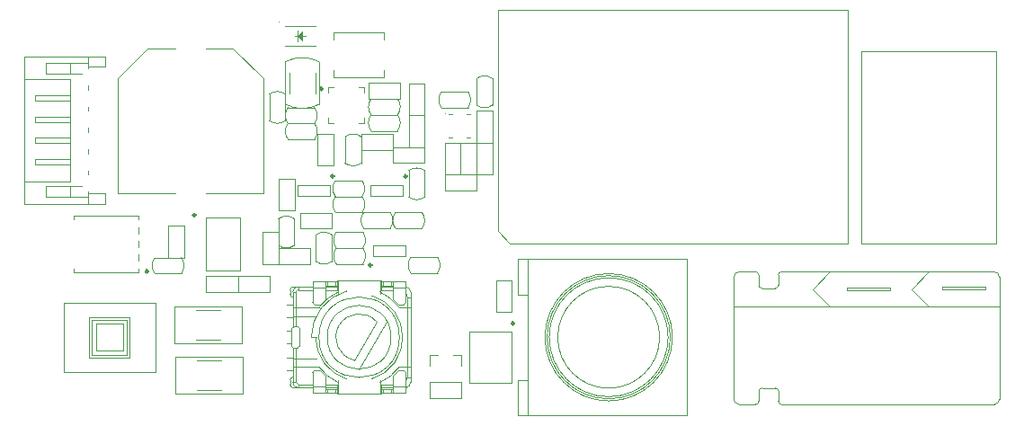
<source format=gto>
G04*
G04 #@! TF.GenerationSoftware,Altium Limited,Altium Designer,25.6.2 (33)*
G04*
G04 Layer_Color=65535*
%FSLAX44Y44*%
%MOMM*%
G71*
G04*
G04 #@! TF.SameCoordinates,51367FFA-E2D0-4688-BCD1-F7C66F822469*
G04*
G04*
G04 #@! TF.FilePolarity,Positive*
G04*
G01*
G75*
%ADD10C,0.0500*%
%ADD11C,0.2500*%
%ADD12C,0.1000*%
G36*
X256750Y363750D02*
X261750Y368750D01*
Y358750D01*
X256750Y363750D01*
D02*
G37*
D10*
X388750Y140500D02*
G03*
X388750Y155500I-10000J7500D01*
G01*
X363750D02*
G03*
X363750Y140500I10000J-7500D01*
G01*
X417500Y296250D02*
G03*
X417500Y311250I-10000J7500D01*
G01*
X392500D02*
G03*
X392500Y296250I10000J-7500D01*
G01*
X440500Y323750D02*
G03*
X425500Y323750I-7500J-10000D01*
G01*
Y298750D02*
G03*
X440500Y298750I7500J10000D01*
G01*
X668000Y21750D02*
G03*
X673000Y16750I5000J0D01*
G01*
X688339D02*
G03*
X691339Y19750I0J3000D01*
G01*
X694339Y32250D02*
G03*
X691339Y29250I0J-3000D01*
G01*
X709839Y19750D02*
G03*
X712839Y16750I3000J0D01*
G01*
X709839Y29250D02*
G03*
X706839Y32250I-3000J0D01*
G01*
X691339Y138750D02*
G03*
X688339Y141750I-3000J0D01*
G01*
X691339Y129250D02*
G03*
X694339Y126250I3000J0D01*
G01*
X712839Y141750D02*
G03*
X709839Y138750I0J-3000D01*
G01*
X706839Y126250D02*
G03*
X709839Y129250I0J3000D01*
G01*
X673000Y141750D02*
G03*
X668000Y136750I0J-5000D01*
G01*
X913000Y16750D02*
G03*
X918000Y21750I0J5000D01*
G01*
Y136750D02*
G03*
X913000Y141750I-5000J0D01*
G01*
X303423Y123486D02*
G03*
X270000Y80000I11577J-43485D01*
G01*
X274060D02*
G03*
X303030Y40849I40940J0D01*
G01*
X326970Y40849D02*
G03*
X326970Y119152I-11970J39151D01*
G01*
X345000Y80000D02*
G03*
X345000Y80000I-30000J0D01*
G01*
X352900D02*
G03*
X352900Y80000I-37900J0D01*
G01*
X271000Y113001D02*
G03*
X273000Y111001I2000J0D01*
G01*
X257500Y124500D02*
G03*
X255500Y122500I0J-2000D01*
G01*
X359001Y38172D02*
G03*
X360500Y42500I-5501J4329D01*
G01*
X359153Y32543D02*
G03*
X363500Y37501I-653J4957D01*
G01*
X359153Y32543D02*
G03*
X363500Y37500I-653J4957D01*
G01*
X359000Y47000D02*
G03*
X357000Y49000I-2000J0D01*
G01*
X360500Y117500D02*
G03*
X359001Y121829I-7000J0D01*
G01*
X357000Y111001D02*
G03*
X359000Y113001I0J2000D01*
G01*
X352732Y108023D02*
G03*
X334491Y122769I-37732J-28022D01*
G01*
X295510Y122769D02*
G03*
X277268Y108023I19490J-42768D01*
G01*
X273000Y49000D02*
G03*
X271000Y47000I0J-2000D01*
G01*
X252500Y37501D02*
G03*
X257500Y32501I5000J0D01*
G01*
X255500Y37501D02*
G03*
X257500Y35501I2000J0D01*
G01*
X255500Y37500D02*
G03*
X257500Y35500I2000J0D01*
G01*
X252500Y37500D02*
G03*
X257500Y32500I5000J0D01*
G01*
X253000Y90000D02*
G03*
X251000Y88000I0J-2000D01*
G01*
X251000Y72000D02*
G03*
X253000Y70000I2000J0D01*
G01*
X250000Y35501D02*
G03*
X253000Y32501I3000J0D01*
G01*
X252500Y42500D02*
G03*
X250000Y39542I500J-2958D01*
G01*
X257500Y127500D02*
G03*
X252500Y122500I0J-5000D01*
G01*
X250000Y120459D02*
G03*
X252500Y117501I3000J0D01*
G01*
X253000Y127500D02*
G03*
X250000Y124500I0J-3000D01*
G01*
X257000Y70000D02*
G03*
X259000Y72000I0J2000D01*
G01*
X331502Y94549D02*
G03*
X310614Y58442I-16502J-14549D01*
G01*
X363500Y122500D02*
G03*
X359153Y127458I-5000J0D01*
G01*
X277268Y51978D02*
G03*
X295510Y37232I37732J28022D01*
G01*
X334491D02*
G03*
X352732Y51978I-19490J42768D01*
G01*
X259000Y88000D02*
G03*
X257000Y90000I-2000J0D01*
G01*
X277500Y339500D02*
G03*
X245500Y339500I-16000J-30000D01*
G01*
Y299500D02*
G03*
X277500Y299500I16000J30000D01*
G01*
X122500Y155000D02*
G03*
X122500Y140000I10000J-7500D01*
G01*
X147500D02*
G03*
X147500Y155000I-10000J7500D01*
G01*
X245500Y309000D02*
G03*
X230500Y309000I-7500J-10000D01*
G01*
Y284000D02*
G03*
X245500Y284000I7500J10000D01*
G01*
X248000Y296500D02*
G03*
X248000Y281500I10000J-7500D01*
G01*
X273000D02*
G03*
X273000Y296500I-10000J7500D01*
G01*
X289250Y176500D02*
G03*
X274250Y176500I-7500J-10000D01*
G01*
Y151500D02*
G03*
X289250Y151500I7500J10000D01*
G01*
X608000Y80000D02*
G03*
X608000Y80000I-58000J0D01*
G01*
X606000D02*
G03*
X606000Y80000I-56000J0D01*
G01*
X610000D02*
G03*
X610000Y80000I-60000J0D01*
G01*
X598000D02*
G03*
X598000Y80000I-48000J0D01*
G01*
X317750Y197500D02*
G03*
X317750Y212500I-10000J7500D01*
G01*
X292750D02*
G03*
X292750Y197500I10000J-7500D01*
G01*
X293500Y164000D02*
G03*
X293500Y149000I10000J-7500D01*
G01*
X318500D02*
G03*
X318500Y164000I-10000J7500D01*
G01*
X292750Y227500D02*
G03*
X292750Y212500I10000J-7500D01*
G01*
X317750D02*
G03*
X317750Y227500I-10000J7500D01*
G01*
X361750Y212000D02*
G03*
X376750Y212000I7500J10000D01*
G01*
Y237000D02*
G03*
X361750Y237000I-7500J-10000D01*
G01*
X254000Y191600D02*
G03*
X239000Y191600I-7500J-10000D01*
G01*
Y166600D02*
G03*
X254000Y166600I7500J10000D01*
G01*
X344250Y182500D02*
G03*
X344250Y197500I-10000J7500D01*
G01*
X319250D02*
G03*
X319250Y182500I10000J-7500D01*
G01*
X374250D02*
G03*
X374250Y197500I-10000J7500D01*
G01*
X349250D02*
G03*
X349250Y182500I10000J-7500D01*
G01*
X273000Y266500D02*
G03*
X273000Y281500I-10000J7500D01*
G01*
X248000D02*
G03*
X248000Y266500I10000J-7500D01*
G01*
X326250Y304500D02*
G03*
X326250Y289500I10000J-7500D01*
G01*
X351250D02*
G03*
X351250Y304500I-10000J7500D01*
G01*
X326250Y289500D02*
G03*
X326250Y274500I10000J-7500D01*
G01*
X351250D02*
G03*
X351250Y289500I-10000J7500D01*
G01*
X316750Y269000D02*
G03*
X301750Y269000I-7500J-10000D01*
G01*
Y244000D02*
G03*
X316750Y244000I7500J10000D01*
G01*
X293500Y179000D02*
G03*
X293500Y164000I10000J-7500D01*
G01*
X318500D02*
G03*
X318500Y179000I-10000J7500D01*
G01*
X363750Y140500D02*
X388750D01*
X363750Y155500D02*
X388750D01*
X327750Y156500D02*
Y166500D01*
X358750Y156500D02*
Y166500D01*
X327750Y156500D02*
X358750D01*
X327750Y166500D02*
X358750D01*
X445500Y179750D02*
X457250Y168000D01*
X775500D01*
X445500Y179750D02*
Y388000D01*
X775500D01*
Y168000D02*
Y388000D01*
X416550Y268320D02*
X420000D01*
X399000D02*
X402450D01*
X416550Y290320D02*
X420000D01*
X399000D02*
X402450D01*
X410500Y233250D02*
Y263250D01*
X425500D01*
X410500Y233250D02*
X425500D01*
Y263250D01*
X410500Y233250D02*
Y263250D01*
X395500Y233250D02*
X410500D01*
X395500Y263250D02*
X410500D01*
X395500Y233250D02*
Y263250D01*
Y233250D02*
X425500D01*
Y218250D02*
Y233250D01*
X395500Y218250D02*
Y233250D01*
Y218250D02*
X425500D01*
X440500Y233250D02*
Y263250D01*
X425500Y233250D02*
X440500D01*
X425500Y263250D02*
X440500D01*
X425500Y233250D02*
Y263250D01*
X392500Y296250D02*
X417500D01*
X392500Y311250D02*
X417500D01*
X440500Y298750D02*
Y323750D01*
X425500Y298750D02*
Y323750D01*
X440500Y263320D02*
Y293320D01*
X425500Y263320D02*
X440500D01*
X425500Y293320D02*
X440500D01*
X425500Y263320D02*
Y293320D01*
X835000Y125500D02*
X851250Y109250D01*
X835000Y125500D02*
X851250Y141750D01*
X742250Y125500D02*
X758500Y109250D01*
X742250Y125500D02*
X758500Y141750D01*
X673000Y16750D02*
X688339D01*
X691339Y19750D02*
Y29250D01*
X694339Y32250D02*
X706839D01*
X709839Y19750D02*
Y29250D01*
X673000Y141750D02*
X688339D01*
X691339Y129250D02*
Y138750D01*
X694339Y126250D02*
X706839D01*
X709839Y129250D02*
Y138750D01*
X918000Y21750D02*
Y136750D01*
X712839Y141750D02*
X913000D01*
X668000Y21750D02*
Y136750D01*
Y109250D02*
X918000Y109250D01*
X712839Y16750D02*
X913000D01*
X814750Y124000D02*
Y127000D01*
X774750Y124000D02*
Y127000D01*
Y124000D02*
X814750D01*
X774750Y127000D02*
X814750D01*
X904500Y124750D02*
Y127750D01*
X864500Y124750D02*
Y127750D01*
Y124750D02*
X904500D01*
X864500Y127750D02*
X904500D01*
X294500Y26500D02*
Y35501D01*
X270051Y80000D02*
X275100D01*
X253000Y127500D02*
X271000D01*
Y126500D02*
X283000Y126501D01*
X271000Y113000D02*
Y132500D01*
X294450D01*
X257500Y124500D02*
X271000D01*
X360500Y42500D02*
X363500Y42500D01*
X359000Y38170D02*
Y38170D01*
X359005Y34151D02*
Y34152D01*
X363500Y37501D02*
Y122500D01*
X359000Y33500D02*
X359153Y32543D01*
X359000Y33500D02*
X359153Y32543D01*
X347000Y44001D02*
X352000Y49001D01*
X357000Y49000D01*
X347000Y32501D02*
X347000Y31500D01*
X347000D02*
X347000Y32500D01*
X335550Y27500D02*
Y31500D01*
X359000Y27500D02*
Y47000D01*
X360500Y117500D02*
X363500D01*
X335550Y128500D02*
X347000D01*
X335550D02*
Y132500D01*
X359000Y113000D02*
Y132500D01*
X352000Y111000D02*
X357000D01*
X347000Y116000D02*
X352000Y111000D01*
X347000Y116000D02*
X347000Y132500D01*
Y116000D02*
X352000Y111000D01*
X357000Y111001D01*
X335550Y132500D02*
X359000D01*
X335550Y128500D02*
Y132500D01*
Y128500D02*
X347000D01*
X347000Y127500D02*
X347000Y128500D01*
X335500Y127500D02*
X347000D01*
Y126500D02*
Y127500D01*
X347000Y126501D02*
X359000D01*
X334500Y122764D02*
Y122764D01*
X352749Y108000D02*
X363500Y108001D01*
X295500Y37237D02*
Y37237D01*
X334500Y37237D02*
Y37237D01*
X295500Y122764D02*
Y122764D01*
X310634Y58438D02*
X331491Y94563D01*
X271000Y27500D02*
Y47000D01*
X278000Y49000D02*
X283000Y44000D01*
X273000Y49000D02*
X278000D01*
X257500Y32501D02*
Y35501D01*
X252500Y37500D02*
X255500Y37501D01*
X252500Y37500D02*
X255500D01*
X257500Y32500D02*
Y35500D01*
X252500Y70064D02*
X253000Y70001D01*
X257000Y70000D01*
X253000Y90000D02*
X257000D01*
X252500Y70064D02*
X253000Y70000D01*
X252500Y37501D02*
Y70064D01*
X250000Y35500D02*
Y39542D01*
X253000Y32500D02*
X271000D01*
Y33500D01*
X283000Y32501D02*
Y33500D01*
X271000Y32501D02*
Y33500D01*
X250000Y35501D02*
Y39542D01*
X278000Y111000D02*
X283000Y116000D01*
Y132500D01*
X273000Y111000D02*
X278000D01*
X294450Y128500D02*
Y132500D01*
X283000Y128500D02*
X294450D01*
X252500Y122500D02*
X255500D01*
X257500Y124500D02*
Y127500D01*
X252500Y117500D02*
Y117501D01*
X250000Y120458D02*
Y124500D01*
X251000Y72000D02*
Y88000D01*
X259000Y72000D02*
Y88000D01*
X283000Y35500D02*
X294500Y35501D01*
X274060Y80000D02*
X275100D01*
X352749Y52000D02*
X363500D01*
X283000Y124500D02*
X294500D01*
Y133500D01*
X335500Y124500D02*
Y133500D01*
Y124500D02*
X347000D01*
X335500D02*
Y133500D01*
X294500D02*
X335500D01*
X294500Y124500D02*
Y133500D01*
X283000Y127500D02*
X294500D01*
X315000Y50000D02*
X340981Y95001D01*
X345000Y132500D02*
X345000Y128500D01*
Y132500D01*
Y27500D02*
Y31500D01*
X337550Y27500D02*
Y31500D01*
Y128500D02*
Y132500D01*
Y128500D02*
Y132500D01*
X334500Y120534D02*
Y133500D01*
Y120534D02*
Y133500D01*
X295500Y120539D02*
Y133500D01*
X292450Y128500D02*
Y132500D01*
Y27500D02*
Y31500D01*
X285000Y27500D02*
Y31500D01*
Y128500D02*
Y132500D01*
X255500Y90000D02*
Y122500D01*
X247000Y111000D02*
X252500D01*
X247000Y99000D02*
X252500D01*
X247000Y61001D02*
X252500D01*
X247000Y49001D02*
X252500D01*
X247000Y86000D02*
X251000D01*
X247000Y74001D02*
X251000D01*
X360500Y42500D02*
Y117500D01*
X335550Y27500D02*
X359000D01*
X347000Y33500D02*
X359000Y33500D01*
X347000Y27500D02*
Y44001D01*
X335500Y26500D02*
Y35500D01*
Y35501D02*
X347000D01*
X335550Y31500D02*
X347000D01*
X335500Y32500D02*
X347000Y32501D01*
X294500Y26500D02*
X335500D01*
X271000Y27500D02*
X294450D01*
X252500Y52000D02*
X277251Y52000D01*
X252500Y60000D02*
X274691Y60001D01*
X257500Y35501D02*
X271000Y35500D01*
X252500Y100000D02*
X274696D01*
X252500Y108000D02*
X277251Y108001D01*
X252500Y89937D02*
Y122500D01*
X255500Y37500D02*
Y70001D01*
X334500Y26500D02*
Y39445D01*
X295500Y39465D02*
X295500Y26500D01*
X283000Y31500D02*
X294450D01*
X271000Y33500D02*
X283000D01*
Y32500D02*
X294500Y32501D01*
X283000Y27500D02*
Y44000D01*
X201000Y122500D02*
X231000D01*
X201000D02*
Y137500D01*
X231000Y122500D02*
Y137500D01*
X201000D02*
X231000D01*
X285750Y310500D02*
Y315500D01*
X290750D01*
X314750D02*
X319750D01*
Y310500D02*
Y315500D01*
Y281500D02*
Y286500D01*
X314750Y281500D02*
X319750D01*
X285750D02*
Y286500D01*
Y281500D02*
X290750D01*
X87500Y215250D02*
Y323750D01*
Y215250D02*
X141500D01*
X170500D02*
X224500D01*
Y323750D01*
X116000Y352250D02*
X141500D01*
X87500Y323750D02*
X116000Y352250D01*
X196000D02*
X224500Y323750D01*
X170500Y352250D02*
X196000D01*
X245250Y372750D02*
X274250D01*
X245250Y354750D02*
X274250D01*
X256750Y358750D02*
Y368750D01*
X254750Y363750D02*
X264750D01*
X277500Y299500D02*
Y339500D01*
X245500Y299500D02*
Y339500D01*
X273750Y310000D02*
Y329000D01*
X249250Y310000D02*
Y329000D01*
X376750Y259250D02*
Y289250D01*
X361750Y259250D02*
X376750D01*
X361750Y289250D02*
X376750D01*
X361750Y259250D02*
Y289250D01*
X346750Y244250D02*
X376750D01*
X346750D02*
Y259250D01*
X376750Y244250D02*
Y259250D01*
X346750D02*
X376750D01*
X46400Y190711D02*
Y194211D01*
X46365Y140800D02*
Y144300D01*
X107365Y190800D02*
Y194300D01*
X46365Y140800D02*
X107365D01*
X107385Y177300D02*
Y183300D01*
Y164550D02*
Y170550D01*
Y152300D02*
Y158300D01*
X107365Y140800D02*
Y144300D01*
X46365Y194300D02*
X107365D01*
X36500Y47250D02*
Y112250D01*
X123500Y112250D01*
Y47250D02*
Y112250D01*
X36500Y47250D02*
X123500Y47250D01*
X63500Y63500D02*
Y96500D01*
X67500Y67500D02*
Y92500D01*
X63500Y96500D02*
X96500D01*
X67500Y92500D02*
X92500D01*
X96500Y63500D02*
Y96500D01*
X92500Y67500D02*
Y92500D01*
X63500Y63500D02*
X96500D01*
X67500Y67500D02*
X92500D01*
X99000Y61000D02*
Y99000D01*
X61000Y61000D02*
X99000D01*
X61000Y99000D02*
X99000D01*
X61000Y61000D02*
Y99000D01*
X338000Y360250D02*
Y367500D01*
Y324500D02*
Y331750D01*
X291000Y360250D02*
Y367500D01*
Y324500D02*
Y331750D01*
Y367500D02*
X338000D01*
X291000Y324500D02*
X338000D01*
X162000Y58500D02*
X185000D01*
X162000Y30500D02*
X185000D01*
X205500Y27000D02*
Y62000D01*
X141500D02*
X205500D01*
X141500Y27000D02*
Y62000D01*
Y27000D02*
X205500D01*
X161250Y105750D02*
X184250D01*
X161250Y77750D02*
X184250D01*
X204750Y74250D02*
Y109250D01*
X140750D02*
X204750D01*
X140750Y74250D02*
Y109250D01*
Y74250D02*
X204750D01*
X239000Y164000D02*
X269000D01*
Y149000D02*
Y164000D01*
X239000Y149000D02*
Y164000D01*
Y149000D02*
X269000D01*
X239000Y149000D02*
Y179000D01*
X224000Y149000D02*
X239000D01*
X224000Y179000D02*
X239000D01*
X224000Y149000D02*
Y179000D01*
X171000Y137500D02*
X201000D01*
Y122500D02*
Y137500D01*
X171000Y122500D02*
Y137500D01*
Y122500D02*
X201000D01*
X122500Y155000D02*
X147500D01*
X122500Y140000D02*
X147500D01*
X171000Y142550D02*
Y192550D01*
X203000Y142550D02*
Y192550D01*
X171000D02*
X203000D01*
X171000Y142550D02*
X203000D01*
X245500Y284000D02*
Y309000D01*
X230500Y284000D02*
Y309000D01*
X248000Y296500D02*
X273000D01*
X248000Y281500D02*
X273000D01*
X256750Y213250D02*
X287750D01*
X256750Y223250D02*
X287750D01*
X256750Y213250D02*
Y223250D01*
X287750Y213250D02*
Y223250D01*
X289250Y151500D02*
Y176500D01*
X274250Y151500D02*
Y176500D01*
X473800Y6200D02*
X623250D01*
Y153800D01*
X473800D02*
X623250D01*
X473800Y6200D02*
Y153800D01*
X464500Y39500D02*
X473750D01*
X464500Y6200D02*
X473800D01*
X464500D02*
Y39500D01*
Y153800D02*
X473800D01*
X464500Y120000D02*
Y153800D01*
Y120000D02*
X473750D01*
X323750Y304500D02*
X353750D01*
X323750D02*
Y319500D01*
X353750Y304500D02*
Y319500D01*
X323750D02*
X353750D01*
X292750Y197500D02*
X317750D01*
X292750Y212500D02*
X317750D01*
X356500Y213250D02*
Y223250D01*
X325500Y213250D02*
Y223250D01*
X356500D01*
X325500Y213250D02*
X356500D01*
X418687Y85252D02*
X458311D01*
Y37246D02*
Y85252D01*
X418687Y37246D02*
X458311D01*
X418687D02*
Y85252D01*
X293500Y164000D02*
X318500D01*
X293500Y149000D02*
X318500D01*
X291000Y241500D02*
Y271500D01*
X276000Y241500D02*
X291000D01*
X276000Y271500D02*
X291000D01*
X276000Y241500D02*
Y271500D01*
X292750Y227500D02*
X317750D01*
X292750Y212500D02*
X317750D01*
X361750Y212000D02*
Y237000D01*
X376750Y212000D02*
Y237000D01*
X381500Y22750D02*
X411500D01*
X381500D02*
Y37750D01*
X411500Y22750D02*
Y37750D01*
X381500D02*
X411500D01*
X259250Y182250D02*
X289250D01*
X259250D02*
Y197250D01*
X289250Y182250D02*
Y197250D01*
X259250D02*
X289250D01*
X381500Y53500D02*
Y63500D01*
X389250D01*
X411500Y53500D02*
Y63500D01*
X403750D02*
X411500D01*
X254000Y166600D02*
Y191600D01*
X239000Y166600D02*
Y191600D01*
X319250Y182500D02*
X344250D01*
X319250Y197500D02*
X344250D01*
X150000Y155000D02*
Y185000D01*
X135000Y155000D02*
X150000D01*
X135000Y185000D02*
X150000D01*
X135000Y155000D02*
Y185000D01*
X458750Y103750D02*
Y133750D01*
X443750Y103750D02*
X458750D01*
X443750Y133750D02*
X458750D01*
X443750Y103750D02*
Y133750D01*
X349250Y182500D02*
X374250D01*
X349250Y197500D02*
X374250D01*
X248000Y266500D02*
X273000D01*
X248000Y281500D02*
X273000D01*
X9500Y302750D02*
Y307750D01*
Y242750D02*
Y247750D01*
X42500Y227000D02*
Y323500D01*
X9500Y282750D02*
Y287750D01*
Y262750D02*
Y267750D01*
X0Y227000D02*
X42500D01*
X60000Y205750D02*
Y212250D01*
Y205750D02*
X76000D01*
X20000Y212250D02*
X60000D01*
X42500D02*
Y222250D01*
X20000Y212250D02*
Y222250D01*
X60000Y215750D02*
X76000D01*
Y205750D02*
Y215750D01*
X20000Y222250D02*
X54000D01*
X60000Y233250D02*
Y237250D01*
Y212250D02*
Y215750D01*
X60000Y217500D02*
X60000Y215750D01*
X60000Y333000D02*
X60000Y334750D01*
Y338250D01*
X20000Y328250D02*
X54000D01*
X76000Y334750D02*
Y344750D01*
X60000Y334750D02*
X76000D01*
X20000Y328250D02*
Y338250D01*
X42500Y328250D02*
Y338250D01*
X20000D02*
X60000D01*
X0Y344750D02*
X60000D01*
X76000D01*
X60000Y338250D02*
Y344750D01*
X0Y205750D02*
Y227000D01*
Y205750D02*
X60000D01*
X9500Y302750D02*
X42500D01*
X9500Y307750D02*
X42500D01*
X9500Y287750D02*
X42500D01*
X9500Y282750D02*
X42500D01*
X9500Y267750D02*
X42500D01*
X9500Y262750D02*
X42500D01*
X9500Y247750D02*
X42500D01*
X9500Y242750D02*
X42500D01*
X0Y227000D02*
Y323500D01*
X42500D01*
X0D02*
Y344750D01*
X60000Y273250D02*
Y277250D01*
Y253250D02*
Y257250D01*
Y313250D02*
Y317250D01*
Y293250D02*
Y297250D01*
X316750Y256500D02*
X346750D01*
X316750D02*
Y271500D01*
X346750Y256500D02*
Y271500D01*
X316750D02*
X346750D01*
X254250Y199500D02*
Y229500D01*
X239250Y199500D02*
X254250D01*
X239250Y229500D02*
X254250D01*
X239250Y199500D02*
Y229500D01*
X326250Y304500D02*
X351250D01*
X326250Y289500D02*
X351250D01*
X361750Y289250D02*
Y319250D01*
X376750D01*
X361750Y289250D02*
X376750D01*
Y319250D01*
X326250Y289500D02*
X351250D01*
X326250Y274500D02*
X351250D01*
X316750Y244000D02*
Y269000D01*
X301750Y244000D02*
Y269000D01*
X293500Y179000D02*
X318500D01*
X293500Y164000D02*
X318500D01*
D11*
X326750Y148000D02*
G03*
X326750Y148000I-1250J0D01*
G01*
X280500Y314000D02*
G03*
X280500Y314000I-1250J0D01*
G01*
X116385Y142050D02*
G03*
X116385Y142050I-1250J0D01*
G01*
X161000Y195100D02*
G03*
X161000Y195100I-1250J0D01*
G01*
X291250Y231750D02*
G03*
X291250Y231750I-1250J0D01*
G01*
X360000D02*
G03*
X360000Y231750I-1250J0D01*
G01*
X460950Y93000D02*
G03*
X460950Y93000I-1250J0D01*
G01*
D12*
X396250Y290320D02*
G03*
X396250Y290320I-500J0D01*
G01*
X239500Y377000D02*
G03*
X239500Y377000I-500J0D01*
G01*
X915250Y168090D02*
Y349700D01*
X788250Y168090D02*
X915250D01*
X788250D02*
Y349700D01*
X915250D01*
M02*

</source>
